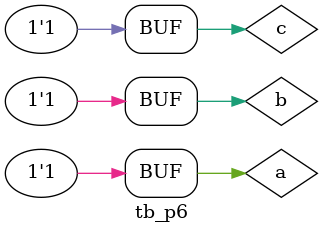
<source format=v>
module tb_p6();
reg a,b,c;
wire f,g;

p6 uut(f,g,a,b,c);

initial
	begin
		a=1'b0;b=1'b0;c=1'b0;
		#10; a=1'b0;b=1'b0;c=1'b1;
		#10; a=1'b0;b=1'b1;c=1'b0;
		#10; a=1'b0;b=1'b1;c=1'b1;
		#10; a=1'b1;b=1'b0;c=1'b0;
		#10; a=1'b1;b=1'b0;c=1'b1;
		#10; a=1'b1;b=1'b1;c=1'b0;
		#10; a=1'b1;b=1'b1;c=1'b1;
		#10;
	end

initial
	begin
		$monitor("a=%b, b=%b, c=%b, f=%b, g=%b, time=%t\n",a,b,c,f,g,$time);
	end

endmodule  
</source>
